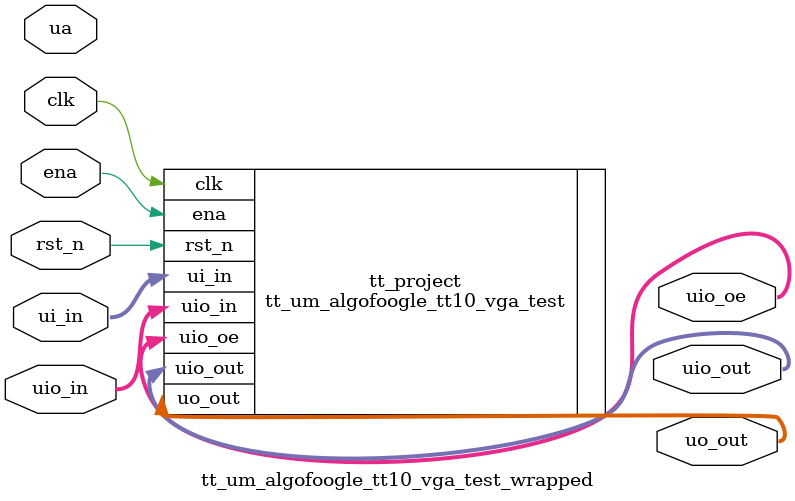
<source format=v>


module tt_um_algofoogle_tt10_vga_test_wrapped (
    input  wire [7:0] ui_in,    // Dedicated inputs
    output wire [7:0] uo_out,   // Dedicated outputs
    input  wire [7:0] uio_in,   // IOs: Input path
    output wire [7:0] uio_out,  // IOs: Output path
    output wire [7:0] uio_oe,   // IOs: Enable path (active high: 0=input, 1=output)
    input  wire       ena,      // always 1 when the design is powered, so you can ignore it
    input  wire       clk,      // clock
    input  wire       rst_n,    // reset_n - low to reset
    inout  wire [7:0] ua
);

    tt_um_algofoogle_tt10_vga_test tt_project (
        .ui_in(ui_in),
        .uo_out(uo_out),
        .uio_in(uio_in),
        .uio_out(uio_out),
        .uio_oe(uio_oe),
        .ena(ena),
        .clk(clk),
        .rst_n(rst_n)
    );

endmodule

</source>
